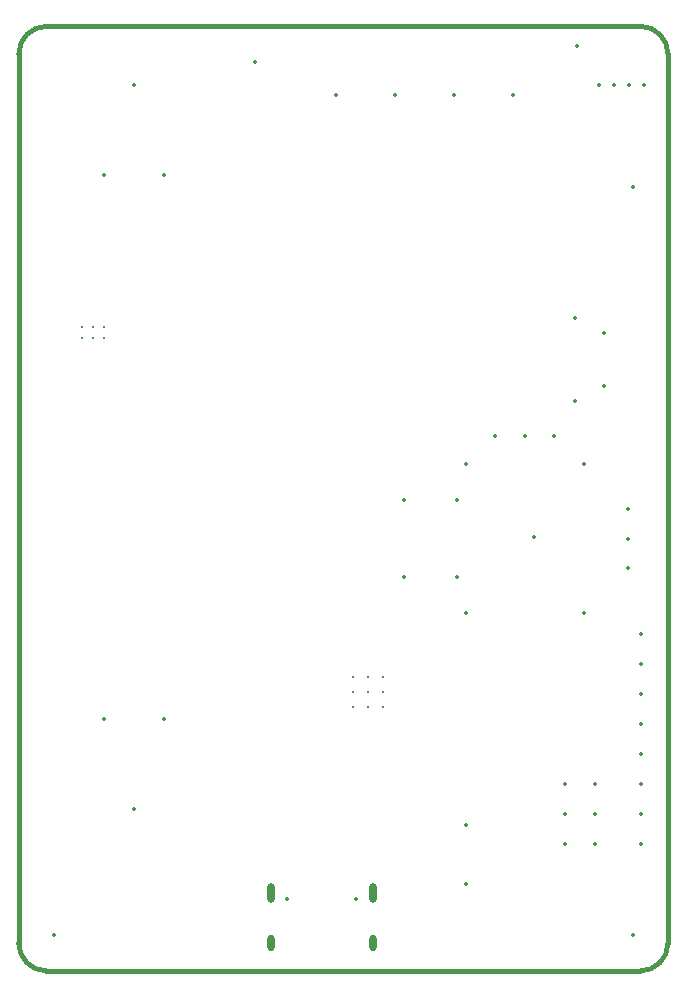
<source format=gko>
%TF.GenerationSoftware,KiCad,Pcbnew,8.0.6*%
%TF.CreationDate,2024-11-28T22:24:40+00:00*%
%TF.ProjectId,StepUp,53746570-5570-42e6-9b69-6361645f7063,v0.1*%
%TF.SameCoordinates,Original*%
%TF.FileFunction,Profile,NP*%
%FSLAX46Y46*%
G04 Gerber Fmt 4.6, Leading zero omitted, Abs format (unit mm)*
G04 Created by KiCad (PCBNEW 8.0.6) date 2024-11-28 22:24:40*
%MOMM*%
%LPD*%
G01*
G04 APERTURE LIST*
%TA.AperFunction,Profile*%
%ADD10C,0.400000*%
%TD*%
%ADD11C,0.350000*%
%ADD12O,0.600000X1.700000*%
%ADD13O,0.600000X1.400000*%
%ADD14C,0.300000*%
G04 APERTURE END LIST*
D10*
X56411701Y-52461701D02*
X56411701Y-127738299D01*
X58761701Y-130088299D02*
X109038299Y-130088299D01*
X56411701Y-52461701D02*
G75*
G02*
X58761701Y-50111701I2349999J1D01*
G01*
X111388299Y-52461701D02*
X111388299Y-127738299D01*
X111388299Y-127738299D02*
G75*
G02*
X109038299Y-130088299I-2349999J-1D01*
G01*
X58761701Y-130088299D02*
G75*
G02*
X56411701Y-127738299I-1J2349999D01*
G01*
X58761701Y-50111701D02*
X109038299Y-50111701D01*
X109038299Y-50111701D02*
G75*
G02*
X111388299Y-52461701I1J-2349999D01*
G01*
D11*
X79168000Y-124025000D03*
X84948000Y-124025000D03*
D12*
X77738000Y-123525000D03*
D13*
X77738000Y-127705000D03*
D12*
X86378000Y-123525000D03*
D13*
X86378000Y-127705000D03*
D14*
X84730000Y-107774000D03*
X86005000Y-107774000D03*
X87280000Y-107774000D03*
X84730000Y-106499000D03*
X86005000Y-106499000D03*
X87280000Y-106499000D03*
X84730000Y-105224000D03*
X86005000Y-105224000D03*
X87280000Y-105224000D03*
X61761000Y-76530000D03*
X62711000Y-76530000D03*
X63661000Y-76530000D03*
X61761000Y-75530000D03*
X62711000Y-75530000D03*
X63661000Y-75530000D03*
D11*
X103650000Y-51750000D03*
X59411701Y-127088299D03*
X100000000Y-93350000D03*
X76450000Y-53100000D03*
X108388299Y-127088299D03*
X108400000Y-63700000D03*
X106005000Y-76100000D03*
X106005000Y-80600000D03*
X103515000Y-74845000D03*
X103515000Y-81855000D03*
X94300000Y-122700000D03*
X94300000Y-117700000D03*
X108000000Y-91000000D03*
X108000000Y-93500000D03*
X108000000Y-96000000D03*
X96770000Y-84770000D03*
X99270000Y-84770000D03*
X101770000Y-84770000D03*
X93520000Y-96750000D03*
X93520000Y-90250000D03*
X89020000Y-96750000D03*
X89020000Y-90250000D03*
X104270000Y-87175000D03*
X104270000Y-99825000D03*
X94270000Y-99825000D03*
X94270000Y-87175000D03*
X105500000Y-55100000D03*
X106770000Y-55100000D03*
X108040000Y-55100000D03*
X109310000Y-55100000D03*
X83300000Y-55950000D03*
X88300000Y-55950000D03*
X93300000Y-55950000D03*
X98300000Y-55950000D03*
X68698000Y-108720000D03*
X63618000Y-108720000D03*
X66158000Y-116340000D03*
X102700000Y-119340000D03*
X105240000Y-119340000D03*
X102700000Y-116800000D03*
X105240000Y-116800000D03*
X102700000Y-114260000D03*
X105240000Y-114260000D03*
X63618000Y-62720000D03*
X68698000Y-62720000D03*
X66158000Y-55100000D03*
X109100000Y-119350000D03*
X109100000Y-116810000D03*
X109100000Y-114270000D03*
X109100000Y-111730000D03*
X109100000Y-109190000D03*
X109100000Y-106650000D03*
X109100000Y-104110000D03*
X109100000Y-101570000D03*
M02*

</source>
